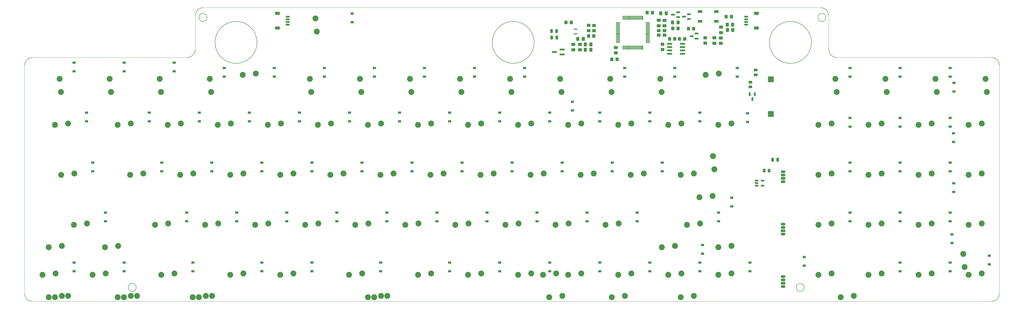
<source format=gbr>
%TF.GenerationSoftware,KiCad,Pcbnew,(6.99.0-5337-gc57e6db79a-dirty)*%
%TF.CreationDate,2023-02-22T22:29:35-05:00*%
%TF.ProjectId,m0330,6d303333-302e-46b6-9963-61645f706362,rev?*%
%TF.SameCoordinates,Original*%
%TF.FileFunction,Soldermask,Bot*%
%TF.FilePolarity,Negative*%
%FSLAX46Y46*%
G04 Gerber Fmt 4.6, Leading zero omitted, Abs format (unit mm)*
G04 Created by KiCad (PCBNEW (6.99.0-5337-gc57e6db79a-dirty)) date 2023-02-22 22:29:35*
%MOMM*%
%LPD*%
G01*
G04 APERTURE LIST*
G04 Aperture macros list*
%AMRoundRect*
0 Rectangle with rounded corners*
0 $1 Rounding radius*
0 $2 $3 $4 $5 $6 $7 $8 $9 X,Y pos of 4 corners*
0 Add a 4 corners polygon primitive as box body*
4,1,4,$2,$3,$4,$5,$6,$7,$8,$9,$2,$3,0*
0 Add four circle primitives for the rounded corners*
1,1,$1+$1,$2,$3*
1,1,$1+$1,$4,$5*
1,1,$1+$1,$6,$7*
1,1,$1+$1,$8,$9*
0 Add four rect primitives between the rounded corners*
20,1,$1+$1,$2,$3,$4,$5,0*
20,1,$1+$1,$4,$5,$6,$7,0*
20,1,$1+$1,$6,$7,$8,$9,0*
20,1,$1+$1,$8,$9,$2,$3,0*%
G04 Aperture macros list end*
%ADD10R,1.800000X1.100000*%
%ADD11O,1.800000X1.070000*%
%ADD12R,1.800000X1.070000*%
%ADD13C,2.250000*%
%ADD14RoundRect,0.250000X0.475000X-0.337500X0.475000X0.337500X-0.475000X0.337500X-0.475000X-0.337500X0*%
%ADD15RoundRect,0.250000X0.337500X0.475000X-0.337500X0.475000X-0.337500X-0.475000X0.337500X-0.475000X0*%
%ADD16RoundRect,0.250000X-0.325000X-0.450000X0.325000X-0.450000X0.325000X0.450000X-0.325000X0.450000X0*%
%ADD17R,1.200000X0.900000*%
%ADD18RoundRect,0.250000X-0.250000X-0.475000X0.250000X-0.475000X0.250000X0.475000X-0.250000X0.475000X0*%
%ADD19RoundRect,0.250000X-0.337500X-0.475000X0.337500X-0.475000X0.337500X0.475000X-0.337500X0.475000X0*%
%ADD20RoundRect,0.150000X-0.625000X0.150000X-0.625000X-0.150000X0.625000X-0.150000X0.625000X0.150000X0*%
%ADD21RoundRect,0.250000X-0.650000X0.350000X-0.650000X-0.350000X0.650000X-0.350000X0.650000X0.350000X0*%
%ADD22RoundRect,0.150000X0.587500X0.150000X-0.587500X0.150000X-0.587500X-0.150000X0.587500X-0.150000X0*%
%ADD23RoundRect,0.250000X-0.350000X-0.450000X0.350000X-0.450000X0.350000X0.450000X-0.350000X0.450000X0*%
%ADD24RoundRect,0.250000X0.250000X0.475000X-0.250000X0.475000X-0.250000X-0.475000X0.250000X-0.475000X0*%
%ADD25RoundRect,0.250000X-0.450000X0.350000X-0.450000X-0.350000X0.450000X-0.350000X0.450000X0.350000X0*%
%ADD26RoundRect,0.250000X0.450000X-0.350000X0.450000X0.350000X-0.450000X0.350000X-0.450000X-0.350000X0*%
%ADD27RoundRect,0.075000X0.700000X0.075000X-0.700000X0.075000X-0.700000X-0.075000X0.700000X-0.075000X0*%
%ADD28RoundRect,0.075000X0.075000X0.700000X-0.075000X0.700000X-0.075000X-0.700000X0.075000X-0.700000X0*%
%ADD29RoundRect,0.150000X-0.512500X-0.150000X0.512500X-0.150000X0.512500X0.150000X-0.512500X0.150000X0*%
%ADD30RoundRect,0.150000X0.825000X0.150000X-0.825000X0.150000X-0.825000X-0.150000X0.825000X-0.150000X0*%
%ADD31RoundRect,0.250000X-0.475000X0.337500X-0.475000X-0.337500X0.475000X-0.337500X0.475000X0.337500X0*%
%ADD32RoundRect,0.250000X0.475000X-0.250000X0.475000X0.250000X-0.475000X0.250000X-0.475000X-0.250000X0*%
%ADD33RoundRect,0.250000X0.350000X0.450000X-0.350000X0.450000X-0.350000X-0.450000X0.350000X-0.450000X0*%
%ADD34R,1.400000X1.200000*%
%ADD35RoundRect,0.250000X0.450000X-0.262500X0.450000X0.262500X-0.450000X0.262500X-0.450000X-0.262500X0*%
%ADD36R,2.200000X2.200000*%
%ADD37R,1.900000X0.800000*%
%ADD38RoundRect,0.150000X0.625000X-0.150000X0.625000X0.150000X-0.625000X0.150000X-0.625000X-0.150000X0*%
%ADD39RoundRect,0.250000X0.650000X-0.350000X0.650000X0.350000X-0.650000X0.350000X-0.650000X-0.350000X0*%
%ADD40RoundRect,0.150000X-0.150000X0.587500X-0.150000X-0.587500X0.150000X-0.587500X0.150000X0.587500X0*%
%ADD41R,0.375000X0.500000*%
%ADD42R,0.300000X0.650000*%
%ADD43RoundRect,0.250000X0.262500X0.450000X-0.262500X0.450000X-0.262500X-0.450000X0.262500X-0.450000X0*%
%TA.AperFunction,Profile*%
%ADD44C,0.150000*%
%TD*%
%TA.AperFunction,Profile*%
%ADD45C,0.050000*%
%TD*%
%TA.AperFunction,Profile*%
%ADD46C,0.200000*%
%TD*%
G04 APERTURE END LIST*
D10*
%TO.C,SW1*%
X267251750Y-20527499D03*
X261051750Y-20527499D03*
X267251750Y-24227499D03*
X261051750Y-24227499D03*
%TD*%
D11*
%TO.C,LED1*%
X292689999Y-122804999D03*
X292689999Y-125344999D03*
D12*
X292689999Y-124074999D03*
D11*
X292689999Y-121534999D03*
%TD*%
%TO.C,LED2*%
X292689999Y-102804999D03*
X292689999Y-105344999D03*
D12*
X292689999Y-104074999D03*
D11*
X292689999Y-101534999D03*
%TD*%
%TO.C,LED3*%
X292689999Y-82804999D03*
X292689999Y-85344999D03*
D12*
X292689999Y-84074999D03*
D11*
X292689999Y-81534999D03*
%TD*%
D13*
%TO.C,SW_LGUI_1*%
X56063750Y-120865000D03*
X61063750Y-120365000D03*
%TD*%
%TO.C,SW_L_1*%
X196557500Y-82765000D03*
X201557500Y-82265000D03*
%TD*%
%TO.C,SW_TAB_1*%
X15582500Y-63715000D03*
X20582500Y-63215000D03*
%TD*%
%TO.C,SW_KPMINUS_1*%
X363245000Y-82765000D03*
X368245000Y-82265000D03*
%TD*%
%TO.C,SW_KP7_1*%
X306095000Y-63715000D03*
X311095000Y-63215000D03*
%TD*%
%TO.C,SW_RALT_1*%
X172745000Y-120865000D03*
X177745000Y-120365000D03*
%TD*%
%TO.C,SW_UPX_2*%
X272995000Y-109815000D03*
X267995000Y-110315000D03*
%TD*%
%TO.C,SW_SP2_2*%
X139645000Y-128865000D03*
X134645000Y-129365000D03*
%TD*%
%TO.C,SW_9_1*%
X188770000Y-46165000D03*
X189270000Y-51165000D03*
%TD*%
%TO.C,SW_SP2_3*%
X142026250Y-128865000D03*
X137026250Y-129365000D03*
%TD*%
%TO.C,SW_KP4_1*%
X306095000Y-82765000D03*
X311095000Y-82265000D03*
%TD*%
%TO.C,SW_1_1*%
X36370000Y-46165000D03*
X36870000Y-51165000D03*
%TD*%
%TO.C,SW_EQ_1*%
X245920000Y-46165000D03*
X246420000Y-51165000D03*
%TD*%
%TO.C,SW_BACKSL_1*%
X267995000Y-63715000D03*
X272995000Y-63215000D03*
%TD*%
%TO.C,SW_POW_1*%
X115220000Y-28165000D03*
X114720000Y-23165000D03*
%TD*%
%TO.C,SW_ENTER_2*%
X266495000Y-80615000D03*
X265995000Y-75615000D03*
%TD*%
%TO.C,SW_LCTRL_3*%
X18201250Y-128865000D03*
X13201250Y-129365000D03*
%TD*%
%TO.C,SW_KPPLUS_1*%
X363245000Y-63715000D03*
X368245000Y-63215000D03*
%TD*%
%TO.C,SW_Y_1*%
X134645000Y-63715000D03*
X139645000Y-63215000D03*
%TD*%
%TO.C,SW_F_1*%
X101307500Y-82765000D03*
X106307500Y-82265000D03*
%TD*%
%TO.C,SW_V_1*%
X110832500Y-101815000D03*
X115832500Y-101315000D03*
%TD*%
%TO.C,SW_X_1*%
X72732500Y-101815000D03*
X77732500Y-101315000D03*
%TD*%
%TO.C,SW_B_1*%
X129882500Y-101815000D03*
X134882500Y-101315000D03*
%TD*%
%TO.C,SW_KP2_1*%
X325145000Y-101815000D03*
X330145000Y-101315000D03*
%TD*%
%TO.C,SW_2_1*%
X55420000Y-46165000D03*
X55920000Y-51165000D03*
%TD*%
%TO.C,SW_COMMA_1*%
X187032500Y-101815000D03*
X192032500Y-101315000D03*
%TD*%
%TO.C,SW_KPENT_2*%
X361745000Y-117840000D03*
X361245000Y-112840000D03*
%TD*%
%TO.C,SW_E_1*%
X77495000Y-63715000D03*
X82495000Y-63215000D03*
%TD*%
%TO.C,SW_ENTER_3*%
X253707500Y-82765000D03*
X258707500Y-82265000D03*
%TD*%
%TO.C,SW_U_1*%
X153695000Y-63715000D03*
X158695000Y-63215000D03*
%TD*%
%TO.C,SW_J_1*%
X158457500Y-82765000D03*
X163457500Y-82265000D03*
%TD*%
%TO.C,SW_APOS_1*%
X234657500Y-82765000D03*
X239657500Y-82265000D03*
%TD*%
%TO.C,SW_LALT_3*%
X75351250Y-128865000D03*
X70351250Y-129365000D03*
%TD*%
%TO.C,SW_M_1*%
X167982500Y-101815000D03*
X172982500Y-101315000D03*
%TD*%
%TO.C,SW_W_1*%
X58445000Y-63715000D03*
X63445000Y-63215000D03*
%TD*%
%TO.C,SW_CCTRL_1*%
X17963750Y-82765000D03*
X22963750Y-82265000D03*
%TD*%
%TO.C,SW_5_1*%
X112570000Y-46165000D03*
X113070000Y-51165000D03*
%TD*%
%TO.C,SW_LCTRL_2*%
X29870000Y-120865000D03*
X34870000Y-120365000D03*
%TD*%
%TO.C,SW_LALT_1*%
X82257500Y-120865000D03*
X87257500Y-120365000D03*
%TD*%
%TO.C,SW_RGUI_1*%
X191795000Y-120865000D03*
X196795000Y-120365000D03*
%TD*%
%TO.C,SW_RSUP1_1*%
X229895000Y-120865000D03*
X234895000Y-120365000D03*
%TD*%
%TO.C,SW_S_1*%
X63207500Y-82765000D03*
X68207500Y-82265000D03*
%TD*%
%TO.C,SW_LSH_1*%
X22726250Y-101815000D03*
X27726250Y-101315000D03*
%TD*%
%TO.C,SW_R_1*%
X96545000Y-63715000D03*
X101545000Y-63215000D03*
%TD*%
%TO.C,SW_D_1*%
X82257500Y-82765000D03*
X87257500Y-82265000D03*
%TD*%
%TO.C,SW_P_1*%
X210845000Y-63715000D03*
X215845000Y-63215000D03*
%TD*%
%TO.C,SW_C_1*%
X91782500Y-101815000D03*
X96782500Y-101315000D03*
%TD*%
%TO.C,SW_O_1*%
X191795000Y-63715000D03*
X196795000Y-63215000D03*
%TD*%
%TO.C,SW_RSH_2*%
X251563750Y-109815000D03*
X246563750Y-110315000D03*
%TD*%
%TO.C,SW_RALT_2*%
X201320000Y-120865000D03*
X206320000Y-120365000D03*
%TD*%
%TO.C,SW_ESC_1*%
X17320000Y-46165000D03*
X17820000Y-51165000D03*
%TD*%
%TO.C,SW_0_1*%
X207820000Y-46165000D03*
X208320000Y-51165000D03*
%TD*%
%TO.C,SW_LALT_2*%
X72970000Y-128865000D03*
X67970000Y-129365000D03*
%TD*%
%TO.C,SW_KPEQ_1*%
X331645000Y-46165000D03*
X332145000Y-51165000D03*
%TD*%
%TO.C,SW_BS_1*%
X263232500Y-44665000D03*
X268232500Y-44165000D03*
%TD*%
%TO.C,SW_KP9_1*%
X344195000Y-63715000D03*
X349195000Y-63215000D03*
%TD*%
%TO.C,SW_K_1*%
X177507500Y-82765000D03*
X182507500Y-82265000D03*
%TD*%
%TO.C,SW_Q_1*%
X39395000Y-63715000D03*
X44395000Y-63215000D03*
%TD*%
%TO.C,SW_LSH_2*%
X18201250Y-109815000D03*
X13201250Y-110315000D03*
%TD*%
%TO.C,SW_LBRC_1*%
X229895000Y-63715000D03*
X234895000Y-63215000D03*
%TD*%
%TO.C,SW_MINUS_1*%
X226870000Y-46165000D03*
X227370000Y-51165000D03*
%TD*%
%TO.C,SW_RSUP3_1*%
X267995000Y-120865000D03*
X272995000Y-120365000D03*
%TD*%
%TO.C,SW_KPPER_1*%
X344195000Y-120865000D03*
X349195000Y-120365000D03*
%TD*%
%TO.C,SW_Z_1*%
X53682500Y-101815000D03*
X58682500Y-101315000D03*
%TD*%
%TO.C,SW_RALT_3*%
X208701250Y-128865000D03*
X203701250Y-129365000D03*
%TD*%
%TO.C,SW_A_1*%
X44157500Y-82765000D03*
X49157500Y-82265000D03*
%TD*%
%TO.C,SW_KPENTX_1*%
X363245000Y-101815000D03*
X368245000Y-101315000D03*
%TD*%
%TO.C,SW_KPMULT_1*%
X369745000Y-46165000D03*
X370245000Y-51165000D03*
%TD*%
%TO.C,SW_KP5_1*%
X325145000Y-82765000D03*
X330145000Y-82265000D03*
%TD*%
%TO.C,SW_LCTRL_1*%
X20582500Y-128865000D03*
X15582500Y-129365000D03*
%TD*%
%TO.C,SW_RGUI_2*%
X232513750Y-128865000D03*
X227513750Y-129365000D03*
%TD*%
%TO.C,SW_KP1_1*%
X306095000Y-101815000D03*
X311095000Y-101315000D03*
%TD*%
%TO.C,SW_LGUI_2*%
X46776250Y-128865000D03*
X41776250Y-129365000D03*
%TD*%
%TO.C,SW_ENTER_1*%
X265851250Y-90765000D03*
X260851250Y-91265000D03*
%TD*%
%TO.C,SW_KPDIV_1*%
X350695000Y-46165000D03*
X351195000Y-51165000D03*
%TD*%
%TO.C,SW_H_1*%
X139407500Y-82765000D03*
X144407500Y-82265000D03*
%TD*%
%TO.C,SW_8_1*%
X169720000Y-46165000D03*
X170220000Y-51165000D03*
%TD*%
%TO.C,SW_T_1*%
X115595000Y-63715000D03*
X120595000Y-63215000D03*
%TD*%
%TO.C,SW_N_1*%
X148932500Y-101815000D03*
X153932500Y-101315000D03*
%TD*%
%TO.C,SW_RBRC_1*%
X248945000Y-63715000D03*
X253945000Y-63215000D03*
%TD*%
%TO.C,SW_CAPS_2*%
X39632500Y-109815000D03*
X34632500Y-110315000D03*
%TD*%
%TO.C,SW_KP0_1*%
X306095000Y-120865000D03*
X311095000Y-120365000D03*
%TD*%
%TO.C,SW_KP3_1*%
X344195000Y-101815000D03*
X349195000Y-101315000D03*
%TD*%
%TO.C,SW_SP3_1*%
X153695000Y-120865000D03*
X158695000Y-120365000D03*
%TD*%
%TO.C,SW_SP1_1*%
X101307500Y-120865000D03*
X106307500Y-120365000D03*
%TD*%
%TO.C,SW_4_1*%
X87020000Y-44665000D03*
X92020000Y-44165000D03*
%TD*%
%TO.C,SW_7_1*%
X150670000Y-46165000D03*
X151170000Y-51165000D03*
%TD*%
%TO.C,SW_RCTRL_2*%
X258707500Y-128865000D03*
X253707500Y-129365000D03*
%TD*%
%TO.C,SW_SLASH_1*%
X225132500Y-101815000D03*
X230132500Y-101315000D03*
%TD*%
%TO.C,SW_6_1*%
X131620000Y-46165000D03*
X132120000Y-51165000D03*
%TD*%
%TO.C,SW_CAPS_1*%
X10820000Y-120865000D03*
X15820000Y-120365000D03*
%TD*%
%TO.C,SW_RSUP2_1*%
X248945000Y-120865000D03*
X253945000Y-120365000D03*
%TD*%
%TO.C,SW_3_1*%
X74470000Y-46165000D03*
X74970000Y-51165000D03*
%TD*%
%TO.C,SW_KPENT_1*%
X363245000Y-120865000D03*
X368245000Y-120365000D03*
%TD*%
%TO.C,SW_KP0_2*%
X319620000Y-128865000D03*
X314620000Y-129365000D03*
%TD*%
%TO.C,SW_KP0X_1*%
X325145000Y-120865000D03*
X330145000Y-120365000D03*
%TD*%
%TO.C,SW_PER_1*%
X206082500Y-101815000D03*
X211082500Y-101315000D03*
%TD*%
%TO.C,SW_SP2_1*%
X127501250Y-120865000D03*
X132501250Y-120365000D03*
%TD*%
%TO.C,SW_KPCLR_1*%
X312595000Y-46165000D03*
X313095000Y-51165000D03*
%TD*%
%TO.C,SW_COLON_1*%
X215607500Y-82765000D03*
X220607500Y-82265000D03*
%TD*%
%TO.C,SW_RCTRL_1*%
X210845000Y-120865000D03*
X215845000Y-120365000D03*
%TD*%
%TO.C,SW_G_1*%
X120357500Y-82765000D03*
X125357500Y-82265000D03*
%TD*%
%TO.C,SW_I_1*%
X172745000Y-63715000D03*
X177745000Y-63215000D03*
%TD*%
%TO.C,SW_KP6_1*%
X344195000Y-82765000D03*
X349195000Y-82265000D03*
%TD*%
%TO.C,SW_LGUI_3*%
X44395000Y-128865000D03*
X39395000Y-129365000D03*
%TD*%
%TO.C,SW_KP8_1*%
X325145000Y-63715000D03*
X330145000Y-63215000D03*
%TD*%
%TO.C,SW_RSH_1*%
X256088750Y-101815000D03*
X261088750Y-101315000D03*
%TD*%
D14*
%TO.C,C8*%
X269071751Y-28537500D03*
X269071751Y-26462500D03*
%TD*%
D15*
%TO.C,C10*%
X219495000Y-35110000D03*
X217420000Y-35110000D03*
%TD*%
D16*
%TO.C,FB1*%
X210036751Y-24687500D03*
X212086751Y-24687500D03*
%TD*%
D17*
%TO.C,D32*%
X275257499Y-42014999D03*
X275257499Y-45314999D03*
%TD*%
%TO.C,D61*%
X94282499Y-78114999D03*
X94282499Y-81414999D03*
%TD*%
%TO.C,D104*%
X22844999Y-116214999D03*
X22844999Y-119514999D03*
%TD*%
%TO.C,D6*%
X165719999Y-116214999D03*
X165719999Y-119514999D03*
%TD*%
D18*
%TO.C,C16*%
X288715000Y-76990000D03*
X290615000Y-76990000D03*
%TD*%
D19*
%TO.C,C14*%
X271411751Y-25522500D03*
X273486751Y-25522500D03*
%TD*%
D17*
%TO.C,D99*%
X139526249Y-116214999D03*
X139526249Y-119514999D03*
%TD*%
D20*
%TO.C,J3*%
X278625000Y-22500000D03*
X278625000Y-23500000D03*
X278625000Y-24500000D03*
X278625000Y-25500000D03*
D21*
X282500000Y-21200000D03*
X282500000Y-26800000D03*
%TD*%
D22*
%TO.C,Q3*%
X252671751Y-20737500D03*
X252671751Y-22637500D03*
X250796751Y-21687500D03*
%TD*%
D23*
%TO.C,R16*%
X218651751Y-29797500D03*
X220651751Y-29797500D03*
%TD*%
D17*
%TO.C,D105*%
X141907499Y-97164999D03*
X141907499Y-100464999D03*
%TD*%
%TO.C,D70*%
X273099999Y-91499999D03*
X273099999Y-94799999D03*
%TD*%
%TO.C,D48*%
X203819999Y-59064999D03*
X203819999Y-62364999D03*
%TD*%
D24*
%TO.C,C18*%
X206550000Y-30450000D03*
X204650000Y-30450000D03*
%TD*%
D17*
%TO.C,D74*%
X356219999Y-97164999D03*
X356219999Y-100464999D03*
%TD*%
%TO.C,D93*%
X371199999Y-113519999D03*
X371199999Y-116819999D03*
%TD*%
%TO.C,D75*%
X356939999Y-105419999D03*
X356939999Y-108719999D03*
%TD*%
D22*
%TO.C,Q1*%
X256861751Y-21487500D03*
X256861751Y-23387500D03*
X254986751Y-22437500D03*
%TD*%
D17*
%TO.C,D20*%
X41894999Y-40014999D03*
X41894999Y-43314999D03*
%TD*%
%TO.C,D87*%
X237157499Y-97164999D03*
X237157499Y-100464999D03*
%TD*%
D15*
%TO.C,C19*%
X248211751Y-21172500D03*
X246136751Y-21172500D03*
%TD*%
D17*
%TO.C,D40*%
X51419999Y-59064999D03*
X51419999Y-62364999D03*
%TD*%
%TO.C,D63*%
X132382499Y-78114999D03*
X132382499Y-81414999D03*
%TD*%
%TO.C,D28*%
X194294999Y-42014999D03*
X194294999Y-45314999D03*
%TD*%
%TO.C,D25*%
X137144999Y-42014999D03*
X137144999Y-45314999D03*
%TD*%
%TO.C,D96*%
X41894999Y-116214999D03*
X41894999Y-119514999D03*
%TD*%
%TO.C,D29*%
X212499999Y-54849999D03*
X212499999Y-58149999D03*
%TD*%
D23*
%TO.C,R9*%
X256661751Y-27022500D03*
X258661751Y-27022500D03*
%TD*%
D17*
%TO.C,D80*%
X103807499Y-97164999D03*
X103807499Y-100464999D03*
%TD*%
%TO.C,D43*%
X108569999Y-59064999D03*
X108569999Y-62364999D03*
%TD*%
%TO.C,D52*%
X318119999Y-61064999D03*
X318119999Y-64364999D03*
%TD*%
%TO.C,D65*%
X170482499Y-78114999D03*
X170482499Y-81414999D03*
%TD*%
%TO.C,D73*%
X337169999Y-78114999D03*
X337169999Y-81414999D03*
%TD*%
%TO.C,D12*%
X279149999Y-59289999D03*
X279149999Y-62589999D03*
%TD*%
%TO.C,D89*%
X261999999Y-109499999D03*
X261999999Y-112799999D03*
%TD*%
%TO.C,D35*%
X356219999Y-42014999D03*
X356219999Y-45314999D03*
%TD*%
D14*
%TO.C,C22*%
X229000000Y-36287500D03*
X229000000Y-34212500D03*
%TD*%
D17*
%TO.C,D60*%
X75232499Y-78114999D03*
X75232499Y-81414999D03*
%TD*%
%TO.C,D59*%
X56182499Y-78114999D03*
X56182499Y-81414999D03*
%TD*%
%TO.C,D102*%
X260969999Y-116214999D03*
X260969999Y-119514999D03*
%TD*%
D25*
%TO.C,R2*%
X263072500Y-30507500D03*
X263072500Y-32507500D03*
%TD*%
D22*
%TO.C,Q2*%
X259711751Y-28922500D03*
X259711751Y-30822500D03*
X257836751Y-29872500D03*
%TD*%
D14*
%TO.C,C23*%
X245311751Y-25915000D03*
X245311751Y-23840000D03*
%TD*%
D17*
%TO.C,D100*%
X203819999Y-116214999D03*
X203819999Y-119514999D03*
%TD*%
D23*
%TO.C,R17*%
X227500000Y-38750000D03*
X229500000Y-38750000D03*
%TD*%
D17*
%TO.C,D19*%
X22844999Y-40014999D03*
X22844999Y-43314999D03*
%TD*%
%TO.C,D42*%
X89519999Y-59064999D03*
X89519999Y-62364999D03*
%TD*%
D14*
%TO.C,C15*%
X268942500Y-32640000D03*
X268942500Y-30565000D03*
%TD*%
D26*
%TO.C,R14*%
X218661751Y-27797500D03*
X218661751Y-25797500D03*
%TD*%
D17*
%TO.C,D97*%
X68088749Y-116214999D03*
X68088749Y-119514999D03*
%TD*%
%TO.C,D8*%
X222869999Y-116214999D03*
X222869999Y-119514999D03*
%TD*%
D27*
%TO.C,U3*%
X241211751Y-24772500D03*
X241211751Y-25272500D03*
X241211751Y-25772500D03*
X241211751Y-26272500D03*
X241211751Y-26772500D03*
X241211751Y-27272500D03*
X241211751Y-27772500D03*
X241211751Y-28272500D03*
X241211751Y-28772500D03*
X241211751Y-29272500D03*
X241211751Y-29772500D03*
X241211751Y-30272500D03*
X241211751Y-30772500D03*
X241211751Y-31272500D03*
X241211751Y-31772500D03*
X241211751Y-32272500D03*
D28*
X239286751Y-34197500D03*
X238786751Y-34197500D03*
X238286751Y-34197500D03*
X237786751Y-34197500D03*
X237286751Y-34197500D03*
X236786751Y-34197500D03*
X236286751Y-34197500D03*
X235786751Y-34197500D03*
X235286751Y-34197500D03*
X234786751Y-34197500D03*
X234286751Y-34197500D03*
X233786751Y-34197500D03*
X233286751Y-34197500D03*
X232786751Y-34197500D03*
X232286751Y-34197500D03*
X231786751Y-34197500D03*
D27*
X229861751Y-32272500D03*
X229861751Y-31772500D03*
X229861751Y-31272500D03*
X229861751Y-30772500D03*
X229861751Y-30272500D03*
X229861751Y-29772500D03*
X229861751Y-29272500D03*
X229861751Y-28772500D03*
X229861751Y-28272500D03*
X229861751Y-27772500D03*
X229861751Y-27272500D03*
X229861751Y-26772500D03*
X229861751Y-26272500D03*
X229861751Y-25772500D03*
X229861751Y-25272500D03*
X229861751Y-24772500D03*
D28*
X231786751Y-22847500D03*
X232286751Y-22847500D03*
X232786751Y-22847500D03*
X233286751Y-22847500D03*
X233786751Y-22847500D03*
X234286751Y-22847500D03*
X234786751Y-22847500D03*
X235286751Y-22847500D03*
X235786751Y-22847500D03*
X236286751Y-22847500D03*
X236786751Y-22847500D03*
X237286751Y-22847500D03*
X237786751Y-22847500D03*
X238286751Y-22847500D03*
X238786751Y-22847500D03*
X239286751Y-22847500D03*
%TD*%
D17*
%TO.C,D84*%
X180007499Y-97164999D03*
X180007499Y-100464999D03*
%TD*%
%TO.C,D81*%
X122857499Y-97164999D03*
X122857499Y-100464999D03*
%TD*%
%TO.C,D106*%
X280019999Y-116214999D03*
X280019999Y-119514999D03*
%TD*%
%TO.C,D27*%
X175244999Y-42014999D03*
X175244999Y-45314999D03*
%TD*%
D23*
%TO.C,R11*%
X249450000Y-30897500D03*
X251450000Y-30897500D03*
%TD*%
D14*
%TO.C,C1*%
X266542500Y-32602500D03*
X266542500Y-30527500D03*
%TD*%
D17*
%TO.C,D53*%
X356219999Y-61064999D03*
X356219999Y-64364999D03*
%TD*%
%TO.C,D82*%
X128649999Y-21279999D03*
X128649999Y-24579999D03*
%TD*%
%TO.C,D57*%
X29988749Y-78114999D03*
X29988749Y-81414999D03*
%TD*%
D29*
%TO.C,U2*%
X282615000Y-86850000D03*
X282615000Y-85900000D03*
X282615000Y-84950000D03*
X284890000Y-84950000D03*
X284890000Y-86850000D03*
%TD*%
D30*
%TO.C,U4*%
X254400000Y-32757500D03*
X254400000Y-34027500D03*
X254400000Y-35297500D03*
X254400000Y-36567500D03*
X249450000Y-36567500D03*
X249450000Y-35297500D03*
X249450000Y-34027500D03*
X249450000Y-32757500D03*
%TD*%
D17*
%TO.C,D16*%
X357659999Y-47659999D03*
X357659999Y-50959999D03*
%TD*%
D25*
%TO.C,R10*%
X246750000Y-32975000D03*
X246750000Y-34975000D03*
%TD*%
D17*
%TO.C,D45*%
X146669999Y-59064999D03*
X146669999Y-62364999D03*
%TD*%
%TO.C,D54*%
X356219999Y-78114999D03*
X356219999Y-81414999D03*
%TD*%
%TO.C,D49*%
X222869999Y-59064999D03*
X222869999Y-62364999D03*
%TD*%
D31*
%TO.C,C12*%
X212841751Y-33012500D03*
X212841751Y-35087500D03*
%TD*%
D17*
%TO.C,D86*%
X218107499Y-97164999D03*
X218107499Y-100464999D03*
%TD*%
%TO.C,D72*%
X318119999Y-78114999D03*
X318119999Y-81414999D03*
%TD*%
D15*
%TO.C,C11*%
X219487500Y-33040000D03*
X217412500Y-33040000D03*
%TD*%
D17*
%TO.C,D41*%
X70469999Y-59064999D03*
X70469999Y-62364999D03*
%TD*%
%TO.C,D85*%
X199057499Y-97164999D03*
X199057499Y-100464999D03*
%TD*%
%TO.C,D46*%
X165719999Y-59064999D03*
X165719999Y-62364999D03*
%TD*%
D26*
%TO.C,R12*%
X220686751Y-27822500D03*
X220686751Y-25822500D03*
%TD*%
D17*
%TO.C,D68*%
X227632499Y-78114999D03*
X227632499Y-81414999D03*
%TD*%
D23*
%TO.C,R5*%
X240961751Y-20972500D03*
X242961751Y-20972500D03*
%TD*%
D17*
%TO.C,D103*%
X337169999Y-116214999D03*
X337169999Y-119514999D03*
%TD*%
%TO.C,D33*%
X318119999Y-42014999D03*
X318119999Y-45314999D03*
%TD*%
D14*
%TO.C,C24*%
X247531751Y-25932500D03*
X247531751Y-23857500D03*
%TD*%
D17*
%TO.C,D2*%
X113332499Y-116214999D03*
X113332499Y-119514999D03*
%TD*%
%TO.C,D109*%
X337169999Y-61064999D03*
X337169999Y-64364999D03*
%TD*%
%TO.C,D91*%
X318119999Y-97164999D03*
X318119999Y-100464999D03*
%TD*%
D19*
%TO.C,C3*%
X214534251Y-30905000D03*
X216609251Y-30905000D03*
%TD*%
D17*
%TO.C,D51*%
X260969999Y-59064999D03*
X260969999Y-62364999D03*
%TD*%
%TO.C,D55*%
X357589999Y-85999999D03*
X357589999Y-89299999D03*
%TD*%
D32*
%TO.C,C21*%
X282300000Y-44650000D03*
X282300000Y-42750000D03*
%TD*%
D17*
%TO.C,D31*%
X251444999Y-42014999D03*
X251444999Y-45314999D03*
%TD*%
%TO.C,D66*%
X189532499Y-78114999D03*
X189532499Y-81414999D03*
%TD*%
D33*
%TO.C,R8*%
X255250000Y-30897500D03*
X253250000Y-30897500D03*
%TD*%
D34*
%TO.C,Y1*%
X245311750Y-27787499D03*
X247511750Y-27787499D03*
X247511750Y-29487499D03*
X245311750Y-29487499D03*
%TD*%
D23*
%TO.C,R15*%
X271000000Y-22500000D03*
X273000000Y-22500000D03*
%TD*%
D24*
%TO.C,C17*%
X206450000Y-28000000D03*
X204550000Y-28000000D03*
%TD*%
D17*
%TO.C,D92*%
X337169999Y-97164999D03*
X337169999Y-100464999D03*
%TD*%
%TO.C,D79*%
X84757499Y-97164999D03*
X84757499Y-100464999D03*
%TD*%
%TO.C,D67*%
X208582499Y-78114999D03*
X208582499Y-81414999D03*
%TD*%
D35*
%TO.C,R4*%
X280250000Y-49250000D03*
X280250000Y-47425000D03*
%TD*%
D17*
%TO.C,D50*%
X241919999Y-59064999D03*
X241919999Y-62364999D03*
%TD*%
%TO.C,D7*%
X184769999Y-116214999D03*
X184769999Y-119514999D03*
%TD*%
D36*
%TO.C,BUZ1*%
X287999999Y-46299999D03*
X287999999Y-59499999D03*
%TD*%
D17*
%TO.C,D98*%
X94282499Y-116214999D03*
X94282499Y-119514999D03*
%TD*%
D37*
%TO.C,U1*%
X208611750Y-34977499D03*
X208611750Y-36877499D03*
X205611750Y-35927499D03*
%TD*%
D17*
%TO.C,D23*%
X99044999Y-42014999D03*
X99044999Y-45314999D03*
%TD*%
%TO.C,D34*%
X337169999Y-42014999D03*
X337169999Y-45314999D03*
%TD*%
%TO.C,D107*%
X300749999Y-114099999D03*
X300749999Y-117399999D03*
%TD*%
%TO.C,D101*%
X241919999Y-116214999D03*
X241919999Y-119514999D03*
%TD*%
D19*
%TO.C,C13*%
X271474251Y-27572500D03*
X273549251Y-27572500D03*
%TD*%
D17*
%TO.C,D1*%
X34751249Y-97164999D03*
X34751249Y-100464999D03*
%TD*%
D38*
%TO.C,J2*%
X104125000Y-25500000D03*
X104125000Y-24500000D03*
X104125000Y-23500000D03*
X104125000Y-22500000D03*
D39*
X100250000Y-26800000D03*
X100250000Y-21200000D03*
%TD*%
D40*
%TO.C,Q4*%
X280000000Y-52000000D03*
X281900000Y-52000000D03*
X280950000Y-53875000D03*
%TD*%
D17*
%TO.C,D36*%
X357559999Y-66929999D03*
X357559999Y-70229999D03*
%TD*%
%TO.C,D30*%
X232394999Y-42014999D03*
X232394999Y-45314999D03*
%TD*%
%TO.C,D26*%
X156194999Y-42014999D03*
X156194999Y-45314999D03*
%TD*%
%TO.C,D108*%
X356219999Y-116214999D03*
X356219999Y-119514999D03*
%TD*%
%TO.C,D24*%
X118094999Y-42014999D03*
X118094999Y-45314999D03*
%TD*%
%TO.C,D22*%
X79994999Y-42014999D03*
X79994999Y-45314999D03*
%TD*%
%TO.C,D83*%
X160957499Y-97164999D03*
X160957499Y-100464999D03*
%TD*%
%TO.C,D47*%
X184769999Y-59064999D03*
X184769999Y-62364999D03*
%TD*%
%TO.C,D78*%
X65707499Y-97164999D03*
X65707499Y-100464999D03*
%TD*%
%TO.C,D69*%
X246682499Y-78114999D03*
X246682499Y-81414999D03*
%TD*%
%TO.C,D44*%
X127619999Y-59064999D03*
X127619999Y-62364999D03*
%TD*%
%TO.C,D39*%
X27607499Y-59064999D03*
X27607499Y-62364999D03*
%TD*%
%TO.C,D21*%
X60944999Y-40014999D03*
X60944999Y-43314999D03*
%TD*%
%TO.C,D62*%
X113332499Y-78114999D03*
X113332499Y-81414999D03*
%TD*%
D15*
%TO.C,C20*%
X252701751Y-24667500D03*
X250626751Y-24667500D03*
%TD*%
D23*
%TO.C,R3*%
X250676751Y-26907500D03*
X252676751Y-26907500D03*
%TD*%
D41*
%TO.C,U5*%
X214224250Y-29004999D03*
D42*
X213686750Y-29079999D03*
D41*
X213149250Y-29004999D03*
X213149250Y-27304999D03*
D42*
X213686750Y-27229999D03*
D41*
X214224250Y-27304999D03*
%TD*%
D43*
%TO.C,R6*%
X287327500Y-81140000D03*
X285502500Y-81140000D03*
%TD*%
D31*
%TO.C,C2*%
X215371751Y-33007500D03*
X215371751Y-35082500D03*
%TD*%
D17*
%TO.C,D64*%
X151432499Y-78114999D03*
X151432499Y-81414999D03*
%TD*%
%TO.C,D88*%
X268113749Y-97164999D03*
X268113749Y-100464999D03*
%TD*%
D44*
X372000000Y-131000000D02*
G75*
G03*
X375000000Y-128000000I0J3000000D01*
G01*
X4000000Y-128000000D02*
G75*
G03*
X7000000Y-131000000I3000000J0D01*
G01*
D45*
X7000000Y-131000000D02*
X372000000Y-131000000D01*
X375000000Y-128000000D02*
X375000000Y-41000000D01*
X4000000Y-41000000D02*
X4000000Y-128000000D01*
X307000000Y-19000000D02*
X72000000Y-19000000D01*
D46*
X303470000Y-32265000D02*
G75*
G03*
X303470000Y-32265000I-8000000J0D01*
G01*
X73394000Y-22755000D02*
G75*
G03*
X73394000Y-22755000I-1524000J0D01*
G01*
X308969000Y-22765000D02*
G75*
G03*
X308969000Y-22765000I-1524000J0D01*
G01*
D45*
X69000000Y-22000000D02*
X69000000Y-35000000D01*
D44*
X72000000Y-19000000D02*
G75*
G03*
X69000000Y-22000000I0J-3000000D01*
G01*
D45*
X372000000Y-38000000D02*
X313000000Y-38000000D01*
D46*
X46494000Y-125665000D02*
G75*
G03*
X46494000Y-125665000I-1524000J0D01*
G01*
X300719000Y-125665000D02*
G75*
G03*
X300719000Y-125665000I-1524000J0D01*
G01*
D44*
X66000000Y-38000000D02*
G75*
G03*
X69000000Y-35000000I0J3000000D01*
G01*
X375000000Y-41000000D02*
G75*
G03*
X372000000Y-38000000I-3000000J0D01*
G01*
X7000000Y-38000000D02*
G75*
G03*
X4000000Y-41000000I0J-3000000D01*
G01*
D46*
X197970000Y-32265000D02*
G75*
G03*
X197970000Y-32265000I-8000000J0D01*
G01*
D45*
X66000000Y-38000000D02*
X7000000Y-38000000D01*
D44*
X310000000Y-35000000D02*
G75*
G03*
X313000000Y-38000000I3000000J0D01*
G01*
D46*
X92470000Y-32265000D02*
G75*
G03*
X92470000Y-32265000I-8000000J0D01*
G01*
D44*
X310000000Y-22000000D02*
G75*
G03*
X307000000Y-19000000I-3000000J0D01*
G01*
D45*
X310000000Y-35000000D02*
X310000000Y-22000000D01*
X250550000Y-131000000D02*
X250550000Y-131000000D01*
M02*

</source>
